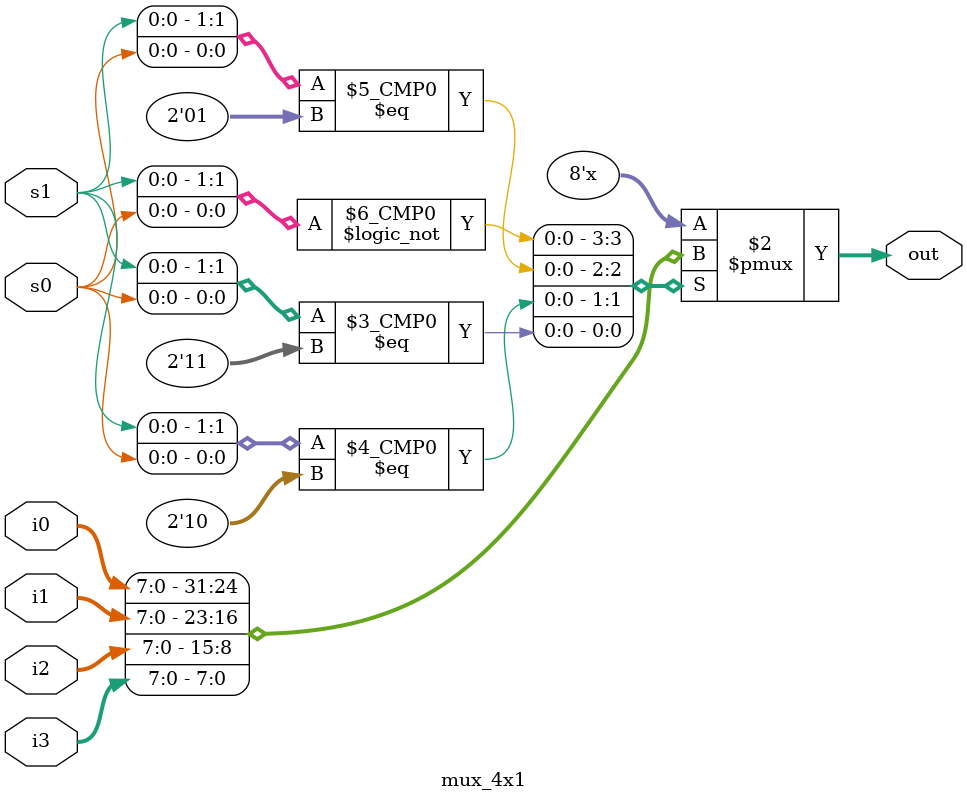
<source format=v>
module mux_4x1 (
    input wire [ 7 : 0 ] i0,    // Input 0
    input wire [ 7 : 0 ] i1,    // Input 1
    input wire [ 7 : 0 ] i2,    // Input 2
    input wire [ 7 : 0 ] i3,    // Input 3
    input wire s0,    // Select signal 0 (LSB)
    input wire s1,    // Select signal 1 (MSB)
    output reg [ 7 : 0 ] out    // Output
);

    always @(*) begin
        // Concatenating s1 and s0 to form a 2-bit selection bus
        case ({s1, s0})
            2'b00: out = i0; // Selects i0 when s1=0, s0=0
            2'b01: out = i1; // Selects i1 when s1=0, s0=1
            2'b10: out = i2; // Selects i2 when s1=1, s0=0
            2'b11: out = i3; // Selects i3 when s1=1, s0=1
            default: out = 1'b0;
        endcase
    end

endmodule
</source>
